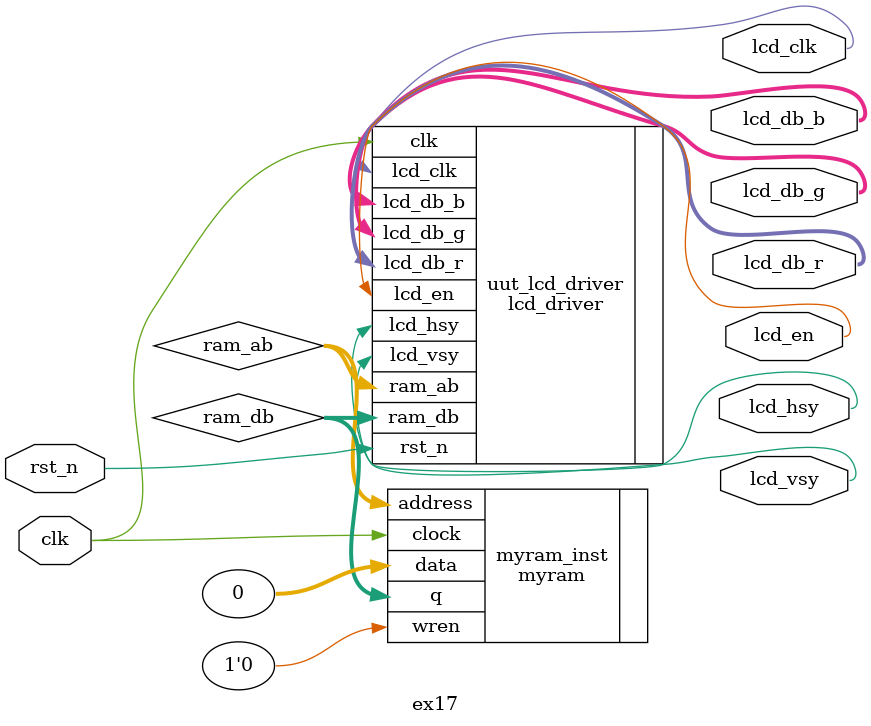
<source format=v>
module ex17(	
				clk,rst_n,
				lcd_en,lcd_clk,lcd_hsy,lcd_vsy,lcd_db_r,lcd_db_g,lcd_db_b
			);
input clk;		//25MHz
input rst_n;	//µÍµçÆ½¸´Î»
	// FPGAÓëLCD½Ó¿ÚÐÅºÅ
output lcd_en;	//±³¹âÊ¹ÄÜÐÅºÅ£¬¸ßÓÐÐ§
output lcd_clk;	//Ê±ÖÓÐÅºÅ	
output lcd_hsy;	//ÐÐÍ¬²½ÐÅºÅ
output lcd_vsy;	//³¡Í¬²½ÐÅºÅ
output[4:0] lcd_db_r;
output[5:0] lcd_db_g;
output[4:0] lcd_db_b;

//---------------------------------------------
	//LCDÓë×Ö·û´æ´¢RAMµÄ½Ó¿Ú
wire[31:0] ram_db;	//RAMÊý¾Ý×ÜÏß
wire[5:0] ram_ab;	//RAMµØÖ·×ÜÏß

//---------------------------------------------
	//RAMÀý»¯£¬¸ÃRAMÖÐ´æ´¢Ò»¸ö32*64µÄASCII×Ö·ûµÄ×ÖÄ£
myram	myram_inst (
	.address ( ram_ab ),
	.clock ( clk ),
	.data ( 32'd0 ),
	.wren ( 1'b0 ),
	.q ( ram_db )
	);

//---------------------------------------------
	//LCDÏÔÊ¾Çý¶¯Ä£¿é
lcd_driver	uut_lcd_driver(	
				.clk(clk),
				.rst_n(rst_n),
				.lcd_en(lcd_en),
				.lcd_clk(lcd_clk),
				.lcd_hsy(lcd_hsy),
				.lcd_vsy(lcd_vsy),
				.lcd_db_r(lcd_db_r),
				.lcd_db_g(lcd_db_g),
				.lcd_db_b(lcd_db_b),
				.ram_db(ram_db),
				.ram_ab(ram_ab)
			);
		
endmodule



</source>
